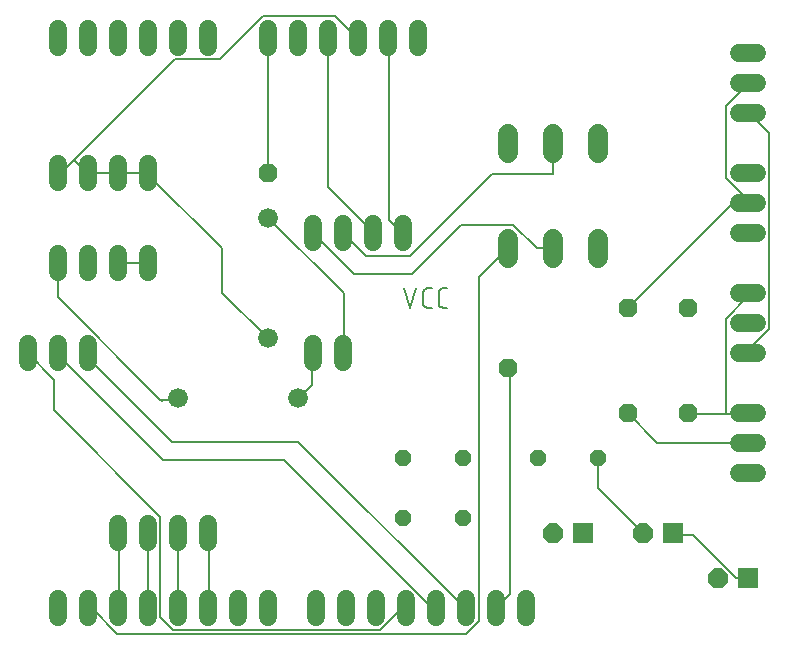
<source format=gbr>
G04 EAGLE Gerber X2 export*
%TF.Part,Single*%
%TF.FileFunction,Copper,L1,Top,Mixed*%
%TF.FilePolarity,Positive*%
%TF.GenerationSoftware,Autodesk,EAGLE,9.1.3*%
%TF.CreationDate,2018-09-07T19:45:19Z*%
G75*
%MOMM*%
%FSLAX34Y34*%
%LPD*%
%AMOC8*
5,1,8,0,0,1.08239X$1,22.5*%
G01*
%ADD10C,0.152400*%
%ADD11C,1.524000*%
%ADD12P,1.732040X8X22.500000*%
%ADD13C,1.676400*%
%ADD14C,1.676400*%
%ADD15P,1.429621X8X22.500000*%
%ADD16P,1.814519X8X22.500000*%
%ADD17R,1.676400X1.676400*%


D10*
X369062Y309118D02*
X374481Y292862D01*
X379899Y309118D01*
X389169Y292862D02*
X392782Y292862D01*
X389169Y292862D02*
X389051Y292864D01*
X388933Y292870D01*
X388815Y292879D01*
X388698Y292893D01*
X388581Y292910D01*
X388464Y292931D01*
X388349Y292956D01*
X388234Y292985D01*
X388120Y293018D01*
X388008Y293054D01*
X387897Y293094D01*
X387787Y293137D01*
X387678Y293184D01*
X387571Y293234D01*
X387466Y293289D01*
X387363Y293346D01*
X387262Y293407D01*
X387162Y293471D01*
X387065Y293538D01*
X386970Y293608D01*
X386878Y293682D01*
X386787Y293758D01*
X386700Y293838D01*
X386615Y293920D01*
X386533Y294005D01*
X386453Y294092D01*
X386377Y294183D01*
X386303Y294275D01*
X386233Y294370D01*
X386166Y294467D01*
X386102Y294567D01*
X386041Y294668D01*
X385984Y294771D01*
X385929Y294876D01*
X385879Y294983D01*
X385832Y295092D01*
X385789Y295202D01*
X385749Y295313D01*
X385713Y295425D01*
X385680Y295539D01*
X385651Y295654D01*
X385626Y295769D01*
X385605Y295886D01*
X385588Y296003D01*
X385574Y296120D01*
X385565Y296238D01*
X385559Y296356D01*
X385557Y296474D01*
X385557Y305506D01*
X385559Y305624D01*
X385565Y305742D01*
X385574Y305860D01*
X385588Y305977D01*
X385605Y306094D01*
X385626Y306211D01*
X385651Y306326D01*
X385680Y306441D01*
X385713Y306555D01*
X385749Y306667D01*
X385789Y306778D01*
X385832Y306888D01*
X385879Y306997D01*
X385929Y307104D01*
X385983Y307209D01*
X386041Y307312D01*
X386102Y307413D01*
X386166Y307513D01*
X386233Y307610D01*
X386303Y307705D01*
X386377Y307797D01*
X386453Y307888D01*
X386533Y307975D01*
X386615Y308060D01*
X386700Y308142D01*
X386787Y308222D01*
X386878Y308298D01*
X386970Y308372D01*
X387065Y308442D01*
X387162Y308509D01*
X387262Y308573D01*
X387363Y308634D01*
X387466Y308691D01*
X387571Y308745D01*
X387678Y308796D01*
X387787Y308843D01*
X387897Y308886D01*
X388008Y308926D01*
X388120Y308962D01*
X388234Y308995D01*
X388349Y309024D01*
X388464Y309049D01*
X388581Y309070D01*
X388698Y309087D01*
X388815Y309101D01*
X388933Y309110D01*
X389051Y309116D01*
X389169Y309118D01*
X392782Y309118D01*
X402195Y292862D02*
X405808Y292862D01*
X402195Y292862D02*
X402077Y292864D01*
X401959Y292870D01*
X401841Y292879D01*
X401724Y292893D01*
X401607Y292910D01*
X401490Y292931D01*
X401375Y292956D01*
X401260Y292985D01*
X401146Y293018D01*
X401034Y293054D01*
X400923Y293094D01*
X400813Y293137D01*
X400704Y293184D01*
X400597Y293234D01*
X400492Y293289D01*
X400389Y293346D01*
X400288Y293407D01*
X400188Y293471D01*
X400091Y293538D01*
X399996Y293608D01*
X399904Y293682D01*
X399813Y293758D01*
X399726Y293838D01*
X399641Y293920D01*
X399559Y294005D01*
X399479Y294092D01*
X399403Y294183D01*
X399329Y294275D01*
X399259Y294370D01*
X399192Y294467D01*
X399128Y294567D01*
X399067Y294668D01*
X399010Y294771D01*
X398955Y294876D01*
X398905Y294983D01*
X398858Y295092D01*
X398815Y295202D01*
X398775Y295313D01*
X398739Y295425D01*
X398706Y295539D01*
X398677Y295654D01*
X398652Y295769D01*
X398631Y295886D01*
X398614Y296003D01*
X398600Y296120D01*
X398591Y296238D01*
X398585Y296356D01*
X398583Y296474D01*
X398583Y305506D01*
X398585Y305624D01*
X398591Y305742D01*
X398600Y305860D01*
X398614Y305977D01*
X398631Y306094D01*
X398652Y306211D01*
X398677Y306326D01*
X398706Y306441D01*
X398739Y306555D01*
X398775Y306667D01*
X398815Y306778D01*
X398858Y306888D01*
X398905Y306997D01*
X398955Y307104D01*
X399009Y307209D01*
X399067Y307312D01*
X399128Y307413D01*
X399192Y307513D01*
X399259Y307610D01*
X399329Y307705D01*
X399403Y307797D01*
X399479Y307888D01*
X399559Y307975D01*
X399641Y308060D01*
X399726Y308142D01*
X399813Y308222D01*
X399904Y308298D01*
X399996Y308372D01*
X400091Y308442D01*
X400188Y308509D01*
X400288Y308573D01*
X400389Y308634D01*
X400492Y308691D01*
X400597Y308745D01*
X400704Y308796D01*
X400813Y308843D01*
X400923Y308886D01*
X401034Y308926D01*
X401146Y308962D01*
X401260Y308995D01*
X401375Y309024D01*
X401490Y309049D01*
X401607Y309070D01*
X401724Y309087D01*
X401841Y309101D01*
X401959Y309110D01*
X402077Y309116D01*
X402195Y309118D01*
X405808Y309118D01*
D11*
X472440Y45720D02*
X472440Y30480D01*
X447040Y30480D02*
X447040Y45720D01*
X421640Y45720D02*
X421640Y30480D01*
X396240Y30480D02*
X396240Y45720D01*
X370840Y45720D02*
X370840Y30480D01*
X345440Y30480D02*
X345440Y45720D01*
X320040Y45720D02*
X320040Y30480D01*
X294640Y30480D02*
X294640Y45720D01*
X254000Y45720D02*
X254000Y30480D01*
X228600Y30480D02*
X228600Y45720D01*
X203200Y45720D02*
X203200Y30480D01*
X177800Y30480D02*
X177800Y45720D01*
X152400Y45720D02*
X152400Y30480D01*
X127000Y30480D02*
X127000Y45720D01*
X101600Y45720D02*
X101600Y30480D01*
X76200Y30480D02*
X76200Y45720D01*
X381000Y513080D02*
X381000Y528320D01*
X355600Y528320D02*
X355600Y513080D01*
X330200Y513080D02*
X330200Y528320D01*
X304800Y528320D02*
X304800Y513080D01*
X279400Y513080D02*
X279400Y528320D01*
X254000Y528320D02*
X254000Y513080D01*
X203200Y513080D02*
X203200Y528320D01*
X177800Y528320D02*
X177800Y513080D01*
X152400Y513080D02*
X152400Y528320D01*
X127000Y528320D02*
X127000Y513080D01*
X101600Y513080D02*
X101600Y528320D01*
X76200Y528320D02*
X76200Y513080D01*
X292100Y363220D02*
X292100Y347980D01*
X317500Y347980D02*
X317500Y363220D01*
X342900Y363220D02*
X342900Y347980D01*
X368300Y347980D02*
X368300Y363220D01*
X76200Y398780D02*
X76200Y414020D01*
X101600Y414020D02*
X101600Y398780D01*
X127000Y398780D02*
X127000Y414020D01*
X152400Y414020D02*
X152400Y398780D01*
X76200Y337820D02*
X76200Y322580D01*
X101600Y322580D02*
X101600Y337820D01*
X127000Y337820D02*
X127000Y322580D01*
X152400Y322580D02*
X152400Y337820D01*
D12*
X457200Y241300D03*
X254000Y406400D03*
D11*
X50800Y261620D02*
X50800Y246380D01*
X76200Y246380D02*
X76200Y261620D01*
X101600Y261620D02*
X101600Y246380D01*
X127000Y109220D02*
X127000Y93980D01*
X152400Y93980D02*
X152400Y109220D01*
X177800Y109220D02*
X177800Y93980D01*
X203200Y93980D02*
X203200Y109220D01*
X292100Y246380D02*
X292100Y261620D01*
X317500Y261620D02*
X317500Y246380D01*
D13*
X457200Y334518D02*
X457200Y351282D01*
X495300Y351282D02*
X495300Y334518D01*
X533400Y334518D02*
X533400Y351282D01*
X457200Y423418D02*
X457200Y440182D01*
X495300Y440182D02*
X495300Y423418D01*
X533400Y423418D02*
X533400Y440182D01*
D14*
X254000Y266700D03*
X254000Y368300D03*
X177800Y215900D03*
X279400Y215900D03*
D15*
X368300Y165100D03*
X419100Y165100D03*
X482600Y165100D03*
X533400Y165100D03*
X368300Y114300D03*
X419100Y114300D03*
D16*
X495300Y101600D03*
D17*
X520700Y101600D03*
D16*
X571500Y101600D03*
D17*
X596900Y101600D03*
D16*
X635000Y63500D03*
D17*
X660400Y63500D03*
D12*
X558800Y203200D03*
X609600Y203200D03*
X609600Y292100D03*
X558800Y292100D03*
D11*
X652780Y508000D02*
X668020Y508000D01*
X668020Y482600D02*
X652780Y482600D01*
X652780Y457200D02*
X668020Y457200D01*
X668020Y406400D02*
X652780Y406400D01*
X652780Y381000D02*
X668020Y381000D01*
X668020Y355600D02*
X652780Y355600D01*
X652780Y304800D02*
X668020Y304800D01*
X668020Y279400D02*
X652780Y279400D01*
X652780Y254000D02*
X668020Y254000D01*
X668020Y203200D02*
X652780Y203200D01*
X652780Y177800D02*
X668020Y177800D01*
X668020Y152400D02*
X652780Y152400D01*
D10*
X495300Y405892D02*
X443484Y405892D01*
X374396Y336804D01*
X336804Y336804D01*
X318516Y355092D01*
X495300Y405892D02*
X495300Y431800D01*
X318516Y355092D02*
X317500Y355600D01*
X304800Y394716D02*
X304800Y520700D01*
X304800Y394716D02*
X342900Y356616D01*
X342900Y355600D01*
X356616Y367284D02*
X356616Y519684D01*
X356616Y367284D02*
X368300Y355600D01*
X356616Y519684D02*
X355600Y520700D01*
X79248Y406908D02*
X76200Y406908D01*
X89916Y417576D02*
X175260Y502920D01*
X89916Y417576D02*
X79248Y406908D01*
X175260Y502920D02*
X213360Y502920D01*
X249936Y539496D01*
X310896Y539496D01*
X329184Y521208D01*
X76200Y406908D02*
X76200Y406400D01*
X329184Y521208D02*
X330200Y520700D01*
X100584Y406908D02*
X89916Y417576D01*
X100584Y406908D02*
X101600Y406400D01*
X102108Y406908D02*
X126492Y406908D01*
X102108Y406908D02*
X101600Y406400D01*
X126492Y406908D02*
X127000Y406400D01*
X128016Y406908D02*
X152400Y406908D01*
X152400Y406400D01*
X128016Y406908D02*
X127000Y406400D01*
X214884Y342900D02*
X214884Y304800D01*
X214884Y342900D02*
X152400Y405384D01*
X214884Y304800D02*
X254000Y266700D01*
X152400Y405384D02*
X152400Y406400D01*
X459232Y239268D02*
X459232Y50292D01*
X459232Y239268D02*
X457200Y241300D01*
X459232Y50292D02*
X447040Y38100D01*
X420624Y38100D02*
X279400Y179324D01*
X172720Y179324D01*
X102108Y249936D01*
X102108Y252984D01*
X420624Y38100D02*
X421640Y38100D01*
X102108Y252984D02*
X101600Y254000D01*
X393192Y38100D02*
X396240Y38100D01*
X393192Y38100D02*
X267716Y163576D01*
X165608Y163576D01*
X76200Y252984D01*
X76200Y254000D01*
X367284Y38100D02*
X370840Y38100D01*
X367284Y38100D02*
X348996Y19812D01*
X173736Y19812D01*
X163068Y30480D01*
X163068Y115824D01*
X73152Y205740D01*
X73152Y231648D01*
X50800Y254000D01*
X128016Y100584D02*
X128016Y38100D01*
X127000Y38100D01*
X128016Y100584D02*
X127000Y101600D01*
X152400Y101600D02*
X152400Y38100D01*
X178308Y38100D02*
X178308Y100584D01*
X178308Y38100D02*
X177800Y38100D01*
X178308Y100584D02*
X177800Y101600D01*
X204216Y100584D02*
X204216Y38100D01*
X203200Y38100D01*
X204216Y100584D02*
X203200Y101600D01*
X105156Y38100D02*
X101600Y38100D01*
X105156Y38100D02*
X126492Y16764D01*
X422148Y16764D01*
X432816Y27432D01*
X432816Y318516D01*
X457200Y342900D01*
X481584Y342900D02*
X495300Y342900D01*
X481584Y342900D02*
X461772Y362712D01*
X417576Y362712D01*
X375920Y321056D01*
X326644Y321056D01*
X292100Y355600D01*
X318516Y304800D02*
X318516Y254508D01*
X317500Y254000D01*
X318516Y304800D02*
X254000Y368300D01*
X291084Y252984D02*
X291084Y227076D01*
X280416Y216408D01*
X291084Y252984D02*
X292100Y254000D01*
X280416Y216408D02*
X279400Y215900D01*
X533400Y165100D02*
X533400Y140208D01*
X571500Y102108D01*
X571500Y101600D01*
X659892Y381000D02*
X659892Y384048D01*
X655320Y388620D02*
X641604Y402336D01*
X655320Y388620D02*
X659892Y384048D01*
X641604Y402336D02*
X641604Y463296D01*
X659892Y481584D01*
X659892Y381000D02*
X660400Y381000D01*
X659892Y481584D02*
X660400Y482600D01*
X655320Y388620D02*
X558800Y292100D01*
X583692Y178308D02*
X659892Y178308D01*
X583692Y178308D02*
X558800Y203200D01*
X659892Y178308D02*
X660400Y177800D01*
X641604Y202692D02*
X609600Y202692D01*
X641604Y202692D02*
X659892Y202692D01*
X660400Y203200D01*
X609600Y203200D02*
X609600Y202692D01*
X659892Y301752D02*
X659892Y304800D01*
X659892Y301752D02*
X641604Y283464D01*
X641604Y202692D01*
X659892Y304800D02*
X660400Y304800D01*
X254508Y406908D02*
X254508Y519684D01*
X254000Y520700D01*
X254508Y406908D02*
X254000Y406400D01*
X661416Y257556D02*
X661416Y254508D01*
X661416Y257556D02*
X678180Y274320D01*
X678180Y440436D01*
X661416Y457200D01*
X661416Y254508D02*
X660400Y254000D01*
X660400Y457200D02*
X661416Y457200D01*
X76200Y330200D02*
X76200Y301752D01*
X163068Y214884D02*
X164592Y213360D01*
X163068Y214884D02*
X76200Y301752D01*
X128016Y330708D02*
X152400Y330708D01*
X152400Y330200D01*
X128016Y330708D02*
X127000Y330200D01*
X163068Y214884D02*
X176784Y214884D01*
X177800Y215900D01*
X650748Y64008D02*
X659892Y64008D01*
X650748Y64008D02*
X614172Y100584D01*
X597408Y100584D01*
X659892Y64008D02*
X660400Y63500D01*
X597408Y100584D02*
X596900Y101600D01*
M02*

</source>
